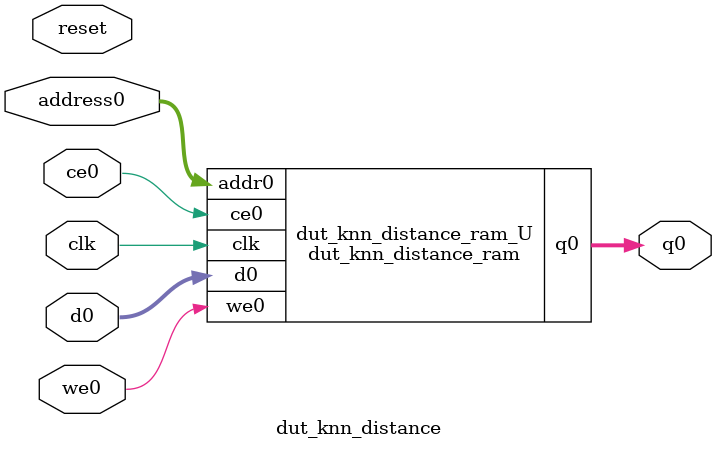
<source format=v>

`timescale 1 ns / 1 ps
module dut_knn_distance_ram (addr0, ce0, d0, we0, q0,  clk);

parameter DWIDTH = 32;
parameter AWIDTH = 4;
parameter MEM_SIZE = 14;

input[AWIDTH-1:0] addr0;
input ce0;
input[DWIDTH-1:0] d0;
input we0;
output reg[DWIDTH-1:0] q0;
input clk;

(* ram_style = "distributed" *)reg [DWIDTH-1:0] ram[MEM_SIZE-1:0];




always @(posedge clk)  
begin 
    if (ce0) 
    begin
        if (we0) 
        begin 
            ram[addr0] <= d0; 
            q0 <= d0;
        end 
        else 
            q0 <= ram[addr0];
    end
end


endmodule


`timescale 1 ns / 1 ps
module dut_knn_distance(
    reset,
    clk,
    address0,
    ce0,
    we0,
    d0,
    q0);

parameter DataWidth = 32'd32;
parameter AddressRange = 32'd14;
parameter AddressWidth = 32'd4;
input reset;
input clk;
input[AddressWidth - 1:0] address0;
input ce0;
input we0;
input[DataWidth - 1:0] d0;
output[DataWidth - 1:0] q0;



dut_knn_distance_ram dut_knn_distance_ram_U(
    .clk( clk ),
    .addr0( address0 ),
    .ce0( ce0 ),
    .d0( d0 ),
    .we0( we0 ),
    .q0( q0 ));

endmodule


</source>
